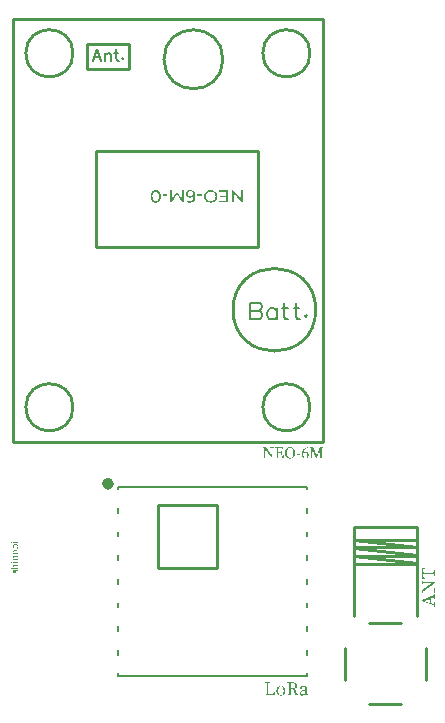
<source format=gto>
G04 Layer: TopSilkscreenLayer*
G04 EasyEDA v6.5.46, 2025-09-16 11:21:37*
G04 d57bd40a603b42be9e37e0d49851eb9c,10*
G04 Gerber Generator version 0.2*
G04 Scale: 100 percent, Rotated: No, Reflected: No *
G04 Dimensions in inches *
G04 leading zeros omitted , absolute positions ,3 integer and 6 decimal *
%FSLAX36Y36*%
%MOIN*%

%ADD10C,0.0080*%
%ADD11C,0.0100*%
%ADD12C,0.0050*%
%ADD13C,0.0197*%

%LPD*%
G36*
X877900Y-2241000D02*
G01*
X877900Y-2243300D01*
X884100Y-2244000D01*
X884200Y-2254800D01*
X884100Y-2282100D01*
X877900Y-2282700D01*
X877900Y-2285000D01*
X910500Y-2285000D01*
X911000Y-2272600D01*
X907600Y-2272600D01*
X905400Y-2282200D01*
X890300Y-2282200D01*
X890220Y-2273640D01*
X890220Y-2250460D01*
X890300Y-2244000D01*
X896500Y-2243300D01*
X896500Y-2241000D01*
G37*
G36*
X951600Y-2241000D02*
G01*
X951600Y-2243300D01*
X957700Y-2244000D01*
X957800Y-2262000D01*
X963800Y-2262000D01*
X963900Y-2243600D01*
X969599Y-2243600D01*
X972020Y-2243740D01*
X974080Y-2244180D01*
X975800Y-2244920D01*
X977180Y-2245920D01*
X978259Y-2247180D01*
X979000Y-2248700D01*
X979460Y-2250480D01*
X979599Y-2252500D01*
X979440Y-2254460D01*
X978960Y-2256260D01*
X978139Y-2257880D01*
X977020Y-2259280D01*
X975540Y-2260420D01*
X973740Y-2261280D01*
X971580Y-2261820D01*
X969100Y-2262000D01*
X957800Y-2262000D01*
X957700Y-2282100D01*
X951600Y-2282700D01*
X951600Y-2285000D01*
X970000Y-2285000D01*
X970000Y-2282700D01*
X963900Y-2282000D01*
X963800Y-2264500D01*
X967300Y-2264500D01*
X970780Y-2264780D01*
X973280Y-2265760D01*
X975020Y-2267740D01*
X976200Y-2271000D01*
X978900Y-2281500D01*
X979659Y-2283420D01*
X980980Y-2284720D01*
X982920Y-2285460D01*
X985600Y-2285700D01*
X988360Y-2285500D01*
X990600Y-2285000D01*
X990600Y-2282700D01*
X985500Y-2282200D01*
X982400Y-2271900D01*
X981120Y-2268620D01*
X979460Y-2266220D01*
X977300Y-2264580D01*
X974500Y-2263600D01*
X977140Y-2262960D01*
X979419Y-2262040D01*
X981380Y-2260880D01*
X982960Y-2259520D01*
X984200Y-2257960D01*
X985080Y-2256240D01*
X985620Y-2254420D01*
X985800Y-2252500D01*
X985520Y-2249940D01*
X984720Y-2247660D01*
X983420Y-2245700D01*
X981620Y-2244040D01*
X979340Y-2242740D01*
X976640Y-2241780D01*
X973520Y-2241200D01*
X970000Y-2241000D01*
G37*
G36*
X931900Y-2253000D02*
G01*
X929980Y-2253120D01*
X928100Y-2253480D01*
X926300Y-2254060D01*
X924560Y-2254880D01*
X922940Y-2255920D01*
X921460Y-2257200D01*
X920140Y-2258700D01*
X919000Y-2260420D01*
X918080Y-2262360D01*
X917380Y-2264520D01*
X916960Y-2266900D01*
X916800Y-2269500D01*
X922800Y-2269500D01*
X922960Y-2266280D01*
X923400Y-2263480D01*
X924140Y-2261080D01*
X925180Y-2259080D01*
X926480Y-2257540D01*
X928040Y-2256400D01*
X929840Y-2255720D01*
X931900Y-2255500D01*
X933920Y-2255720D01*
X935720Y-2256400D01*
X937260Y-2257540D01*
X938540Y-2259080D01*
X939560Y-2261080D01*
X940300Y-2263480D01*
X940740Y-2266280D01*
X940900Y-2269500D01*
X940740Y-2272700D01*
X940300Y-2275500D01*
X939560Y-2277860D01*
X938540Y-2279820D01*
X937260Y-2281340D01*
X935720Y-2282420D01*
X933920Y-2283080D01*
X931900Y-2283300D01*
X929840Y-2283080D01*
X928040Y-2282420D01*
X926480Y-2281340D01*
X925180Y-2279820D01*
X924140Y-2277860D01*
X923400Y-2275500D01*
X922960Y-2272700D01*
X922800Y-2269500D01*
X916800Y-2269500D01*
X916940Y-2272080D01*
X917380Y-2274460D01*
X918060Y-2276600D01*
X918980Y-2278520D01*
X920120Y-2280220D01*
X921420Y-2281700D01*
X922900Y-2282940D01*
X924520Y-2283980D01*
X926260Y-2284780D01*
X928080Y-2285340D01*
X929960Y-2285680D01*
X931900Y-2285800D01*
X933820Y-2285680D01*
X935699Y-2285340D01*
X937500Y-2284780D01*
X939240Y-2284000D01*
X940860Y-2282980D01*
X942340Y-2281740D01*
X943660Y-2280260D01*
X944800Y-2278580D01*
X945720Y-2276640D01*
X946420Y-2274500D01*
X946840Y-2272120D01*
X947000Y-2269500D01*
X946840Y-2266880D01*
X946400Y-2264500D01*
X945699Y-2262320D01*
X944780Y-2260380D01*
X943620Y-2258660D01*
X942300Y-2257160D01*
X940819Y-2255900D01*
X939200Y-2254860D01*
X937460Y-2254040D01*
X935660Y-2253460D01*
X933800Y-2253120D01*
G37*
G36*
X1008100Y-2253000D02*
G01*
X1005639Y-2253140D01*
X1003400Y-2253540D01*
X1001380Y-2254220D01*
X999620Y-2255140D01*
X998100Y-2256300D01*
X996900Y-2257680D01*
X995980Y-2259280D01*
X995400Y-2261100D01*
X995639Y-2262160D01*
X996220Y-2262960D01*
X997099Y-2263440D01*
X998300Y-2263600D01*
X999460Y-2263420D01*
X1000400Y-2262840D01*
X1001120Y-2261880D01*
X1001600Y-2260500D01*
X1002900Y-2256000D01*
X1004780Y-2255640D01*
X1006600Y-2255500D01*
X1009440Y-2255860D01*
X1011400Y-2257160D01*
X1012540Y-2259640D01*
X1012900Y-2263600D01*
X1012900Y-2265700D01*
X1008880Y-2266720D01*
X1005300Y-2267800D01*
X1002360Y-2268960D01*
X999980Y-2270100D01*
X998100Y-2271280D01*
X996680Y-2272460D01*
X995639Y-2273700D01*
X994980Y-2274980D01*
X994620Y-2276340D01*
X994573Y-2276900D01*
X1000000Y-2276900D01*
X1000260Y-2275080D01*
X1001260Y-2273220D01*
X1003340Y-2271420D01*
X1006800Y-2269700D01*
X1012900Y-2267700D01*
X1012900Y-2278200D01*
X1010500Y-2279980D01*
X1008620Y-2281140D01*
X1007020Y-2281800D01*
X1005400Y-2282000D01*
X1003240Y-2281700D01*
X1001540Y-2280760D01*
X1000400Y-2279180D01*
X1000000Y-2276900D01*
X994573Y-2276900D01*
X994500Y-2277800D01*
X995180Y-2281280D01*
X997039Y-2283780D01*
X999820Y-2285300D01*
X1003199Y-2285800D01*
X1005879Y-2285480D01*
X1008220Y-2284520D01*
X1010500Y-2282880D01*
X1013000Y-2280600D01*
X1013660Y-2282700D01*
X1014900Y-2284320D01*
X1016660Y-2285340D01*
X1018900Y-2285700D01*
X1020540Y-2285520D01*
X1022000Y-2284940D01*
X1023319Y-2283920D01*
X1024500Y-2282400D01*
X1023300Y-2281100D01*
X1022720Y-2281780D01*
X1022120Y-2282280D01*
X1021460Y-2282600D01*
X1020699Y-2282700D01*
X1019700Y-2282480D01*
X1018940Y-2281760D01*
X1018460Y-2280460D01*
X1018300Y-2278500D01*
X1018300Y-2264200D01*
X1018139Y-2261400D01*
X1017680Y-2259040D01*
X1016900Y-2257100D01*
X1015780Y-2255560D01*
X1014360Y-2254400D01*
X1012600Y-2253620D01*
X1010520Y-2253140D01*
G37*
G36*
X54000Y-1771000D02*
G01*
X53600Y-1773200D01*
X50780Y-1773280D01*
X43700Y-1773300D01*
X39300Y-1773200D01*
X39000Y-1773700D01*
X40800Y-1778700D01*
X41800Y-1778700D01*
X42000Y-1776000D01*
X53600Y-1776000D01*
X54000Y-1778500D01*
X55000Y-1778500D01*
X55000Y-1771000D01*
G37*
G36*
X33200Y-1772600D02*
G01*
X32380Y-1772760D01*
X31740Y-1773200D01*
X31340Y-1773860D01*
X31200Y-1774700D01*
X31340Y-1775540D01*
X31740Y-1776200D01*
X32380Y-1776639D01*
X33200Y-1776800D01*
X34020Y-1776639D01*
X34640Y-1776200D01*
X35060Y-1775540D01*
X35200Y-1774700D01*
X35060Y-1773860D01*
X34660Y-1773200D01*
X34020Y-1772760D01*
G37*
G36*
X47000Y-1781200D02*
G01*
X43640Y-1781680D01*
X41120Y-1782980D01*
X39540Y-1784960D01*
X39000Y-1787400D01*
X39104Y-1788400D01*
X40599Y-1788400D01*
X41020Y-1786680D01*
X42300Y-1785320D01*
X44400Y-1784420D01*
X47300Y-1784100D01*
X50240Y-1784460D01*
X52220Y-1785440D01*
X53339Y-1786840D01*
X53700Y-1788500D01*
X53600Y-1789480D01*
X53280Y-1790460D01*
X52720Y-1791459D01*
X51900Y-1792500D01*
X42500Y-1792500D01*
X41520Y-1791240D01*
X40960Y-1790140D01*
X40679Y-1789199D01*
X40599Y-1788400D01*
X39104Y-1788400D01*
X39140Y-1788740D01*
X39560Y-1790060D01*
X40300Y-1791320D01*
X41400Y-1792500D01*
X35600Y-1792500D01*
X30900Y-1792400D01*
X30700Y-1792800D01*
X32100Y-1797800D01*
X33100Y-1797800D01*
X33300Y-1795200D01*
X53600Y-1795200D01*
X54000Y-1797700D01*
X55000Y-1797700D01*
X55300Y-1792800D01*
X53099Y-1792500D01*
X54220Y-1791360D01*
X54920Y-1790200D01*
X55300Y-1789040D01*
X55400Y-1787900D01*
X54800Y-1785160D01*
X53080Y-1783040D01*
X50420Y-1781680D01*
G37*
G36*
X47300Y-1800000D02*
G01*
X43680Y-1800640D01*
X41080Y-1802320D01*
X39520Y-1804720D01*
X39000Y-1807500D01*
X40199Y-1807500D01*
X40660Y-1805620D01*
X42020Y-1804199D01*
X44260Y-1803300D01*
X47300Y-1803000D01*
X50279Y-1803300D01*
X52440Y-1804199D01*
X53760Y-1805620D01*
X54200Y-1807500D01*
X53760Y-1809420D01*
X52440Y-1810840D01*
X50279Y-1811699D01*
X47300Y-1812000D01*
X44240Y-1811699D01*
X42020Y-1810840D01*
X40660Y-1809420D01*
X40199Y-1807500D01*
X39000Y-1807500D01*
X39520Y-1810320D01*
X41080Y-1812720D01*
X43680Y-1814379D01*
X47300Y-1815000D01*
X50839Y-1814379D01*
X53380Y-1812720D01*
X54900Y-1810320D01*
X55400Y-1807500D01*
X54900Y-1804720D01*
X53380Y-1802320D01*
X50839Y-1800640D01*
G37*
G36*
X54000Y-1817500D02*
G01*
X53600Y-1819800D01*
X44900Y-1819900D01*
X42200Y-1820160D01*
X40380Y-1820940D01*
X39340Y-1822260D01*
X39000Y-1824100D01*
X39200Y-1825620D01*
X39780Y-1827160D01*
X40720Y-1828640D01*
X42000Y-1830000D01*
X39300Y-1830300D01*
X39000Y-1830700D01*
X40800Y-1835300D01*
X41800Y-1835300D01*
X42100Y-1832700D01*
X48099Y-1832600D01*
X53600Y-1832700D01*
X54000Y-1835100D01*
X55000Y-1835100D01*
X55000Y-1827600D01*
X54000Y-1827600D01*
X53600Y-1829800D01*
X50780Y-1829880D01*
X43200Y-1829900D01*
X42240Y-1828680D01*
X41580Y-1827520D01*
X41220Y-1826420D01*
X41100Y-1825300D01*
X41300Y-1824079D01*
X41960Y-1823240D01*
X43160Y-1822760D01*
X45000Y-1822600D01*
X53600Y-1822600D01*
X54000Y-1825100D01*
X55000Y-1825100D01*
X55000Y-1817500D01*
G37*
G36*
X54000Y-1837600D02*
G01*
X53600Y-1839800D01*
X50780Y-1839880D01*
X43700Y-1839900D01*
X39300Y-1839800D01*
X39000Y-1840300D01*
X40800Y-1845300D01*
X41800Y-1845300D01*
X42000Y-1842600D01*
X53600Y-1842600D01*
X54000Y-1845100D01*
X55000Y-1845100D01*
X55000Y-1837600D01*
G37*
G36*
X33200Y-1839199D02*
G01*
X32380Y-1839360D01*
X31740Y-1839800D01*
X31340Y-1840460D01*
X31200Y-1841300D01*
X31340Y-1842140D01*
X31740Y-1842800D01*
X32380Y-1843240D01*
X33200Y-1843400D01*
X34020Y-1843240D01*
X34640Y-1842800D01*
X35060Y-1842140D01*
X35200Y-1841300D01*
X35060Y-1840460D01*
X34660Y-1839800D01*
X34020Y-1839360D01*
G37*
G36*
X54000Y-1847300D02*
G01*
X53600Y-1849600D01*
X45000Y-1849700D01*
X42240Y-1849960D01*
X40380Y-1850740D01*
X39340Y-1852060D01*
X39000Y-1853899D01*
X39220Y-1855480D01*
X39840Y-1857040D01*
X40820Y-1858540D01*
X42100Y-1859900D01*
X35600Y-1859900D01*
X30900Y-1859800D01*
X30700Y-1860200D01*
X32100Y-1865200D01*
X33100Y-1865200D01*
X33300Y-1862500D01*
X53600Y-1862600D01*
X54000Y-1865100D01*
X55000Y-1865100D01*
X55000Y-1857500D01*
X54000Y-1857500D01*
X53600Y-1859800D01*
X43200Y-1859800D01*
X42200Y-1858520D01*
X41540Y-1857340D01*
X41200Y-1856220D01*
X41100Y-1855100D01*
X41280Y-1853920D01*
X41920Y-1853080D01*
X43120Y-1852560D01*
X45000Y-1852400D01*
X53600Y-1852400D01*
X54000Y-1854900D01*
X55000Y-1854900D01*
X55000Y-1847300D01*
G37*
G36*
X50700Y-1867000D02*
G01*
X49280Y-1867260D01*
X48019Y-1868060D01*
X46920Y-1869440D01*
X46000Y-1871500D01*
X45000Y-1874060D01*
X44380Y-1875020D01*
X43640Y-1875540D01*
X42699Y-1875700D01*
X41700Y-1875500D01*
X40940Y-1874880D01*
X40460Y-1873880D01*
X40300Y-1872500D01*
X40460Y-1871300D01*
X40900Y-1870100D01*
X43700Y-1869500D01*
X43700Y-1868000D01*
X40300Y-1867900D01*
X39760Y-1868959D01*
X39360Y-1870060D01*
X39100Y-1871220D01*
X39000Y-1872500D01*
X39360Y-1874960D01*
X40359Y-1876740D01*
X41820Y-1877820D01*
X43600Y-1878200D01*
X45080Y-1877920D01*
X46280Y-1877100D01*
X47240Y-1875840D01*
X48000Y-1874199D01*
X48500Y-1872700D01*
X49100Y-1871279D01*
X49780Y-1870320D01*
X50560Y-1869780D01*
X51500Y-1869600D01*
X52600Y-1869820D01*
X53460Y-1870520D01*
X54000Y-1871699D01*
X54200Y-1873400D01*
X54060Y-1874860D01*
X53600Y-1876100D01*
X50599Y-1876800D01*
X50599Y-1878400D01*
X54200Y-1878300D01*
X54720Y-1877120D01*
X55100Y-1875960D01*
X55320Y-1874740D01*
X55400Y-1873400D01*
X55039Y-1870620D01*
X54020Y-1868620D01*
X52539Y-1867400D01*
G37*
G36*
X1412700Y-1860300D02*
G01*
X1401000Y-1860800D01*
X1401000Y-1896800D01*
X1412700Y-1897400D01*
X1412700Y-1894100D01*
X1403899Y-1892300D01*
X1403899Y-1881900D01*
X1414800Y-1881800D01*
X1442000Y-1881900D01*
X1442700Y-1888700D01*
X1445000Y-1888700D01*
X1445000Y-1868899D01*
X1442700Y-1868899D01*
X1442000Y-1875700D01*
X1433320Y-1875780D01*
X1410440Y-1875780D01*
X1403899Y-1875700D01*
X1403899Y-1865400D01*
X1412700Y-1863500D01*
G37*
G36*
X1401000Y-1901300D02*
G01*
X1401000Y-1916800D01*
X1403300Y-1916800D01*
X1404100Y-1909800D01*
X1434600Y-1909700D01*
X1401000Y-1934000D01*
X1401000Y-1944100D01*
X1403300Y-1944100D01*
X1403899Y-1939400D01*
X1404700Y-1938800D01*
X1441900Y-1938899D01*
X1442700Y-1944400D01*
X1445000Y-1944400D01*
X1445000Y-1928899D01*
X1442700Y-1928899D01*
X1441800Y-1935900D01*
X1408600Y-1936000D01*
X1445400Y-1909199D01*
X1445400Y-1906800D01*
X1404100Y-1906800D01*
X1403300Y-1901300D01*
G37*
G36*
X1442700Y-1947000D02*
G01*
X1442100Y-1952200D01*
X1400700Y-1966399D01*
X1400700Y-1970000D01*
X1407400Y-1970000D01*
X1427800Y-1963100D01*
X1427800Y-1976699D01*
X1407400Y-1970000D01*
X1400700Y-1970000D01*
X1400700Y-1970200D01*
X1441900Y-1984199D01*
X1442700Y-1989500D01*
X1445000Y-1989500D01*
X1445000Y-1974900D01*
X1442700Y-1974900D01*
X1441900Y-1981300D01*
X1430400Y-1977500D01*
X1430400Y-1962300D01*
X1441900Y-1958400D01*
X1442700Y-1964900D01*
X1445000Y-1964900D01*
X1445000Y-1947000D01*
G37*
G36*
X697800Y-600300D02*
G01*
X691900Y-601000D01*
X686600Y-603100D01*
X682159Y-606320D01*
X678800Y-610600D01*
X676620Y-615720D01*
X675900Y-621500D01*
X681800Y-621500D01*
X681940Y-619300D01*
X682320Y-617200D01*
X682980Y-615200D01*
X683900Y-613300D01*
X685040Y-611600D01*
X686380Y-610080D01*
X687900Y-608740D01*
X689599Y-607600D01*
X691500Y-606720D01*
X693500Y-606100D01*
X695600Y-605720D01*
X697800Y-605600D01*
X700040Y-605720D01*
X702180Y-606100D01*
X704200Y-606720D01*
X706100Y-607600D01*
X707840Y-608740D01*
X709400Y-610080D01*
X710740Y-611600D01*
X711900Y-613300D01*
X712780Y-615200D01*
X713400Y-617200D01*
X713780Y-619300D01*
X713900Y-621500D01*
X713780Y-623660D01*
X713400Y-625720D01*
X712780Y-627700D01*
X711900Y-629600D01*
X710740Y-631300D01*
X709400Y-632820D01*
X707840Y-634160D01*
X706100Y-635300D01*
X704200Y-636180D01*
X702180Y-636800D01*
X700040Y-637180D01*
X697800Y-637300D01*
X695600Y-637180D01*
X693500Y-636800D01*
X691500Y-636180D01*
X689599Y-635300D01*
X687900Y-634160D01*
X686380Y-632820D01*
X685040Y-631300D01*
X683900Y-629600D01*
X682980Y-627700D01*
X682320Y-625720D01*
X681940Y-623660D01*
X681800Y-621500D01*
X675900Y-621500D01*
X676620Y-627200D01*
X678800Y-632300D01*
X682159Y-636580D01*
X686600Y-639800D01*
X691900Y-641900D01*
X697800Y-642600D01*
X703780Y-641900D01*
X709100Y-639800D01*
X713580Y-636580D01*
X717000Y-632300D01*
X719180Y-627140D01*
X719900Y-621500D01*
X719180Y-615780D01*
X717000Y-610600D01*
X713580Y-606320D01*
X709100Y-603100D01*
X703780Y-601000D01*
G37*
G36*
X629400Y-600300D02*
G01*
X627400Y-600400D01*
X625500Y-600700D01*
X623700Y-601200D01*
X622000Y-601900D01*
X620400Y-602820D01*
X618980Y-603900D01*
X617740Y-605120D01*
X616700Y-606500D01*
X615860Y-608060D01*
X615280Y-609720D01*
X614920Y-611500D01*
X614818Y-613100D01*
X620500Y-613100D01*
X620660Y-611380D01*
X621140Y-609840D01*
X621960Y-608480D01*
X623100Y-607300D01*
X624460Y-606340D01*
X626000Y-605660D01*
X627740Y-605240D01*
X629700Y-605100D01*
X631160Y-605160D01*
X632520Y-605380D01*
X633800Y-605720D01*
X635000Y-606200D01*
X636040Y-606800D01*
X636920Y-607480D01*
X637680Y-608240D01*
X638300Y-609100D01*
X638820Y-610020D01*
X639200Y-611000D01*
X639420Y-612020D01*
X639500Y-613100D01*
X639420Y-614180D01*
X639200Y-615200D01*
X638820Y-616180D01*
X638300Y-617100D01*
X637640Y-618000D01*
X636840Y-618780D01*
X635940Y-619440D01*
X634900Y-620000D01*
X633760Y-620480D01*
X632580Y-620820D01*
X631320Y-621040D01*
X630000Y-621100D01*
X627960Y-620960D01*
X626120Y-620560D01*
X624500Y-619860D01*
X623100Y-618900D01*
X621960Y-617740D01*
X621160Y-616400D01*
X620660Y-614840D01*
X620500Y-613100D01*
X614818Y-613100D01*
X614920Y-615200D01*
X615240Y-616880D01*
X615820Y-618440D01*
X616600Y-619900D01*
X617640Y-621260D01*
X618820Y-622440D01*
X620180Y-623460D01*
X621700Y-624300D01*
X623360Y-625000D01*
X625120Y-625500D01*
X627000Y-625800D01*
X629000Y-625900D01*
X630900Y-625820D01*
X632700Y-625560D01*
X634400Y-625120D01*
X636000Y-624500D01*
X637460Y-623720D01*
X638760Y-622800D01*
X639860Y-621720D01*
X640800Y-620500D01*
X640900Y-621900D01*
X639980Y-628600D01*
X637200Y-633500D01*
X632880Y-636500D01*
X627100Y-637500D01*
X624760Y-637380D01*
X622680Y-637020D01*
X620820Y-636440D01*
X619200Y-635600D01*
X617000Y-640200D01*
X618000Y-640759D01*
X620300Y-641660D01*
X622940Y-642260D01*
X625780Y-642560D01*
X627300Y-642600D01*
X632740Y-641979D01*
X637500Y-640100D01*
X641420Y-637000D01*
X644400Y-632700D01*
X646200Y-627300D01*
X646800Y-620900D01*
X646520Y-616280D01*
X645680Y-612200D01*
X644260Y-608680D01*
X642300Y-605700D01*
X639800Y-603340D01*
X636820Y-601640D01*
X633360Y-600640D01*
G37*
G36*
X514000Y-600300D02*
G01*
X511659Y-600460D01*
X509460Y-600920D01*
X507360Y-601700D01*
X505400Y-602800D01*
X503600Y-604200D01*
X502000Y-605880D01*
X500600Y-607840D01*
X499400Y-610100D01*
X497760Y-615340D01*
X497200Y-621500D01*
X503100Y-621500D01*
X503840Y-614620D01*
X506100Y-609600D01*
X507720Y-607840D01*
X509580Y-606600D01*
X511659Y-605860D01*
X514000Y-605600D01*
X518560Y-606600D01*
X522000Y-609600D01*
X524260Y-614620D01*
X525000Y-621500D01*
X524260Y-628300D01*
X522000Y-633300D01*
X518540Y-636300D01*
X514000Y-637300D01*
X511659Y-637040D01*
X509580Y-636300D01*
X507720Y-635060D01*
X506100Y-633300D01*
X503860Y-628300D01*
X503100Y-621500D01*
X497200Y-621500D01*
X497740Y-627580D01*
X499400Y-632800D01*
X500600Y-635060D01*
X502000Y-637020D01*
X503600Y-638700D01*
X505400Y-640100D01*
X507360Y-641200D01*
X509440Y-641979D01*
X511659Y-642440D01*
X514000Y-642600D01*
X516380Y-642440D01*
X518640Y-641979D01*
X520780Y-641200D01*
X522800Y-640100D01*
X524600Y-638700D01*
X526200Y-637020D01*
X527600Y-635060D01*
X528800Y-632800D01*
X530380Y-627580D01*
X530900Y-621500D01*
X530380Y-615340D01*
X528800Y-610100D01*
X527600Y-607840D01*
X526200Y-605880D01*
X524600Y-604200D01*
X522800Y-602800D01*
X520780Y-601700D01*
X518660Y-600920D01*
X516380Y-600460D01*
G37*
G36*
X768300Y-600800D02*
G01*
X768300Y-642099D01*
X774200Y-642099D01*
X774200Y-611300D01*
X799000Y-642099D01*
X803800Y-642099D01*
X803800Y-600800D01*
X797900Y-600800D01*
X797900Y-631600D01*
X773100Y-600800D01*
G37*
G36*
X725900Y-600800D02*
G01*
X725900Y-605900D01*
X750000Y-605900D01*
X750000Y-619300D01*
X729200Y-619300D01*
X729200Y-624300D01*
X750000Y-624300D01*
X750000Y-637000D01*
X726700Y-637000D01*
X726700Y-642099D01*
X755900Y-642099D01*
X755900Y-600800D01*
G37*
G36*
X563000Y-600800D02*
G01*
X563100Y-642099D01*
X567900Y-642099D01*
X584900Y-613100D01*
X602200Y-642099D01*
X607000Y-642099D01*
X607000Y-600800D01*
X601300Y-600800D01*
X601300Y-630700D01*
X586400Y-605800D01*
X583700Y-605800D01*
X568700Y-630900D01*
X568700Y-600800D01*
G37*
G36*
X653400Y-614500D02*
G01*
X653400Y-619400D01*
X669300Y-619400D01*
X669300Y-614500D01*
G37*
G36*
X537600Y-614500D02*
G01*
X537600Y-619400D01*
X553400Y-619400D01*
X553400Y-614500D01*
G37*
G36*
X962200Y-1457500D02*
G01*
X960060Y-1457640D01*
X957960Y-1458080D01*
X955939Y-1458820D01*
X954020Y-1459800D01*
X952220Y-1461060D01*
X950580Y-1462580D01*
X949100Y-1464360D01*
X947840Y-1466360D01*
X946820Y-1468600D01*
X946040Y-1471060D01*
X945560Y-1473720D01*
X945400Y-1476600D01*
X951100Y-1476600D01*
X951180Y-1474460D01*
X951380Y-1472380D01*
X951760Y-1470360D01*
X952260Y-1468440D01*
X952940Y-1466660D01*
X953760Y-1465020D01*
X954740Y-1463560D01*
X955900Y-1462320D01*
X957220Y-1461300D01*
X958700Y-1460540D01*
X960360Y-1460060D01*
X962200Y-1459900D01*
X964860Y-1460260D01*
X967099Y-1461300D01*
X968980Y-1462920D01*
X970500Y-1465020D01*
X971660Y-1467540D01*
X972460Y-1470360D01*
X972940Y-1473420D01*
X973100Y-1476600D01*
X973040Y-1478760D01*
X972820Y-1480860D01*
X972460Y-1482900D01*
X971960Y-1484820D01*
X971300Y-1486620D01*
X970500Y-1488260D01*
X969539Y-1489720D01*
X968400Y-1490980D01*
X967099Y-1492000D01*
X965639Y-1492760D01*
X964020Y-1493240D01*
X962200Y-1493400D01*
X960360Y-1493240D01*
X958700Y-1492760D01*
X957220Y-1492000D01*
X955900Y-1490980D01*
X954740Y-1489720D01*
X953760Y-1488260D01*
X952940Y-1486620D01*
X952260Y-1484820D01*
X951760Y-1482900D01*
X951380Y-1480860D01*
X951180Y-1478760D01*
X951100Y-1476600D01*
X945400Y-1476600D01*
X945560Y-1479600D01*
X946040Y-1482360D01*
X946800Y-1484880D01*
X947820Y-1487140D01*
X949080Y-1489139D01*
X950540Y-1490880D01*
X952180Y-1492380D01*
X953980Y-1493600D01*
X955900Y-1494560D01*
X957940Y-1495240D01*
X960040Y-1495660D01*
X962200Y-1495800D01*
X964340Y-1495660D01*
X966420Y-1495220D01*
X968420Y-1494500D01*
X970320Y-1493520D01*
X972099Y-1492260D01*
X973720Y-1490740D01*
X975160Y-1488959D01*
X976400Y-1486960D01*
X977420Y-1484700D01*
X978160Y-1482220D01*
X978640Y-1479520D01*
X978800Y-1476600D01*
X978640Y-1473640D01*
X978160Y-1470920D01*
X977400Y-1468420D01*
X976380Y-1466180D01*
X975140Y-1464180D01*
X973680Y-1462440D01*
X972060Y-1460940D01*
X970280Y-1459720D01*
X968379Y-1458760D01*
X966380Y-1458060D01*
X964320Y-1457640D01*
G37*
G36*
X1022400Y-1457600D02*
G01*
X1019920Y-1458000D01*
X1017580Y-1458560D01*
X1015400Y-1459300D01*
X1013360Y-1460180D01*
X1011480Y-1461220D01*
X1009740Y-1462420D01*
X1008160Y-1463720D01*
X1006740Y-1465160D01*
X1005480Y-1466720D01*
X1004400Y-1468360D01*
X1003460Y-1470120D01*
X1002680Y-1471960D01*
X1002080Y-1473880D01*
X1001640Y-1475860D01*
X1001380Y-1477900D01*
X1001326Y-1479300D01*
X1006100Y-1479300D01*
X1006100Y-1478200D01*
X1007760Y-1476980D01*
X1009520Y-1476140D01*
X1011340Y-1475660D01*
X1013100Y-1475500D01*
X1015759Y-1476040D01*
X1017820Y-1477660D01*
X1019140Y-1480440D01*
X1019599Y-1484400D01*
X1019140Y-1488420D01*
X1017840Y-1491279D01*
X1015840Y-1493020D01*
X1013300Y-1493600D01*
X1011700Y-1493380D01*
X1010280Y-1492700D01*
X1009040Y-1491579D01*
X1008020Y-1490020D01*
X1007200Y-1488000D01*
X1006600Y-1485540D01*
X1006220Y-1482640D01*
X1006100Y-1479300D01*
X1001326Y-1479300D01*
X1001300Y-1480000D01*
X1001500Y-1483520D01*
X1002120Y-1486620D01*
X1003100Y-1489319D01*
X1004460Y-1491560D01*
X1006160Y-1493340D01*
X1008180Y-1494640D01*
X1010500Y-1495440D01*
X1013100Y-1495700D01*
X1015480Y-1495500D01*
X1017640Y-1494900D01*
X1019539Y-1493899D01*
X1021180Y-1492540D01*
X1022500Y-1490820D01*
X1023480Y-1488740D01*
X1024080Y-1486339D01*
X1024300Y-1483600D01*
X1024120Y-1481200D01*
X1023580Y-1479060D01*
X1022720Y-1477180D01*
X1021560Y-1475580D01*
X1020120Y-1474319D01*
X1018439Y-1473380D01*
X1016520Y-1472800D01*
X1014400Y-1472600D01*
X1012180Y-1472840D01*
X1010040Y-1473540D01*
X1008020Y-1474660D01*
X1006200Y-1476200D01*
X1006540Y-1474019D01*
X1007039Y-1471980D01*
X1007720Y-1470060D01*
X1008580Y-1468300D01*
X1009640Y-1466660D01*
X1010879Y-1465180D01*
X1012340Y-1463820D01*
X1013980Y-1462600D01*
X1015840Y-1461519D01*
X1017900Y-1460580D01*
X1020180Y-1459760D01*
X1022700Y-1459100D01*
G37*
G36*
X872300Y-1458400D02*
G01*
X872300Y-1460300D01*
X876300Y-1460700D01*
X876800Y-1461399D01*
X876700Y-1492400D01*
X872099Y-1493100D01*
X872099Y-1495000D01*
X885100Y-1495000D01*
X885100Y-1493100D01*
X879200Y-1492400D01*
X879100Y-1464700D01*
X901500Y-1495300D01*
X903400Y-1495300D01*
X903500Y-1460900D01*
X908100Y-1460300D01*
X908100Y-1458400D01*
X895100Y-1458400D01*
X895100Y-1460300D01*
X901000Y-1460900D01*
X901000Y-1486399D01*
X880800Y-1458400D01*
G37*
G36*
X912200Y-1458400D02*
G01*
X912200Y-1460300D01*
X917300Y-1460800D01*
X917400Y-1481720D01*
X917300Y-1492600D01*
X912200Y-1493100D01*
X912200Y-1495000D01*
X940400Y-1495000D01*
X940699Y-1485300D01*
X938000Y-1485300D01*
X936600Y-1492600D01*
X922500Y-1492600D01*
X922400Y-1477400D01*
X930699Y-1477400D01*
X931500Y-1482800D01*
X933700Y-1482800D01*
X933700Y-1469900D01*
X931500Y-1469900D01*
X930699Y-1475300D01*
X922400Y-1475300D01*
X922500Y-1460700D01*
X935500Y-1460700D01*
X937000Y-1468000D01*
X939700Y-1468000D01*
X939400Y-1458400D01*
G37*
G36*
X1028600Y-1458400D02*
G01*
X1028600Y-1460300D01*
X1033600Y-1460900D01*
X1033600Y-1492400D01*
X1028600Y-1493100D01*
X1028600Y-1495000D01*
X1040900Y-1495000D01*
X1040900Y-1493100D01*
X1036100Y-1492400D01*
X1036060Y-1473860D01*
X1035800Y-1463600D01*
X1048600Y-1495000D01*
X1051000Y-1495000D01*
X1063300Y-1463500D01*
X1063200Y-1492600D01*
X1058400Y-1493100D01*
X1058400Y-1495000D01*
X1073300Y-1495000D01*
X1073300Y-1493100D01*
X1068300Y-1492600D01*
X1068200Y-1471680D01*
X1068300Y-1460800D01*
X1073400Y-1460300D01*
X1073400Y-1458400D01*
X1062800Y-1458400D01*
X1051000Y-1488800D01*
X1038600Y-1458400D01*
G37*
G36*
X984100Y-1479700D02*
G01*
X984100Y-1482800D01*
X996900Y-1482800D01*
X996900Y-1479700D01*
G37*
D10*
X829961Y-975774D02*
G01*
X829961Y-1032175D01*
X829961Y-975774D02*
G01*
X854161Y-975774D01*
X862260Y-978474D01*
X864861Y-981174D01*
X867560Y-986574D01*
X867560Y-991875D01*
X864861Y-997274D01*
X862260Y-999974D01*
X854161Y-1002674D01*
X829961Y-1002674D02*
G01*
X854161Y-1002674D01*
X862260Y-1005275D01*
X864861Y-1007975D01*
X867560Y-1013375D01*
X867560Y-1021475D01*
X864861Y-1026774D01*
X862260Y-1029475D01*
X854161Y-1032175D01*
X829961Y-1032175D01*
X917461Y-994574D02*
G01*
X917461Y-1032175D01*
X917461Y-1002674D02*
G01*
X912160Y-997274D01*
X906760Y-994574D01*
X898761Y-994574D01*
X893361Y-997274D01*
X887960Y-1002674D01*
X885261Y-1010675D01*
X885261Y-1016075D01*
X887960Y-1024074D01*
X893361Y-1029475D01*
X898761Y-1032175D01*
X906760Y-1032175D01*
X912160Y-1029475D01*
X917461Y-1024074D01*
X943261Y-975774D02*
G01*
X943261Y-1021475D01*
X945960Y-1029475D01*
X951360Y-1032175D01*
X956661Y-1032175D01*
X935261Y-994574D02*
G01*
X954061Y-994574D01*
X982461Y-975774D02*
G01*
X982461Y-1021475D01*
X985160Y-1029475D01*
X990560Y-1032175D01*
X995861Y-1032175D01*
X974461Y-994574D02*
G01*
X993161Y-994574D01*
X1016261Y-1018775D02*
G01*
X1013560Y-1021475D01*
X1016261Y-1024074D01*
X1018960Y-1021475D01*
X1016261Y-1018775D01*
X319331Y-131485D02*
G01*
X305030Y-169086D01*
X319331Y-131485D02*
G01*
X333631Y-169086D01*
X310331Y-156586D02*
G01*
X328231Y-156586D01*
X345430Y-144086D02*
G01*
X345430Y-169086D01*
X345430Y-151185D02*
G01*
X350830Y-145886D01*
X354430Y-144086D01*
X359731Y-144086D01*
X363330Y-145886D01*
X365131Y-151185D01*
X365131Y-169086D01*
X382330Y-131485D02*
G01*
X382330Y-161986D01*
X384131Y-167285D01*
X387631Y-169086D01*
X391230Y-169086D01*
X376930Y-144086D02*
G01*
X389430Y-144086D01*
X404830Y-160185D02*
G01*
X403031Y-161986D01*
X404830Y-163786D01*
X406631Y-161986D01*
X404830Y-160185D01*
D11*
X1175000Y-1725000D02*
G01*
X1385000Y-1725000D01*
X1175000Y-2021903D02*
G01*
X1175000Y-1725000D01*
X1385000Y-1845868D02*
G01*
X1175000Y-1845868D01*
X1175000Y-1820868D02*
G01*
X1385000Y-1845154D01*
X1385000Y-1819441D02*
G01*
X1175000Y-1819441D01*
X1175000Y-1793011D02*
G01*
X1385000Y-1817296D01*
X1385000Y-1791583D02*
G01*
X1175000Y-1791583D01*
X1175000Y-1767296D02*
G01*
X1385000Y-1791583D01*
X1385000Y-1765868D02*
G01*
X1175000Y-1765868D01*
X1385000Y-2021903D02*
G01*
X1385000Y-1725000D01*
X1226616Y-2315000D02*
G01*
X1333383Y-2315000D01*
X1145000Y-2126615D02*
G01*
X1145000Y-2233384D01*
X1333383Y-2045000D02*
G01*
X1226616Y-2045000D01*
X1415000Y-2233384D02*
G01*
X1415000Y-2126615D01*
D12*
X390039Y-1597910D02*
G01*
X390039Y-1590039D01*
X1019960Y-1590039D01*
X1019960Y-1597910D01*
X1019960Y-2212089D02*
G01*
X1019960Y-2219960D01*
X390039Y-2219960D01*
X390039Y-2212089D01*
X390039Y-1660909D02*
G01*
X390039Y-1676649D01*
X390039Y-1739650D02*
G01*
X390039Y-1755390D01*
X390039Y-1818389D02*
G01*
X390039Y-1834130D01*
X390039Y-1897130D02*
G01*
X390039Y-1912869D01*
X390039Y-1975870D02*
G01*
X390039Y-1991610D01*
X390039Y-2054609D02*
G01*
X390039Y-2070349D01*
X390039Y-2133350D02*
G01*
X390039Y-2149090D01*
X1019960Y-1660909D02*
G01*
X1019960Y-1676649D01*
X1019960Y-1739650D02*
G01*
X1019960Y-1755390D01*
X1019960Y-1818389D02*
G01*
X1019960Y-1834130D01*
X1019960Y-1897130D02*
G01*
X1019960Y-1912869D01*
X1019960Y-1975870D02*
G01*
X1019960Y-1991610D01*
X1019960Y-2054609D02*
G01*
X1019960Y-2070349D01*
X1019960Y-2133350D02*
G01*
X1019960Y-2149090D01*
D11*
X522500Y-1650000D02*
G01*
X717500Y-1650000D01*
X717500Y-1860000D01*
X522500Y-1860000D01*
X522500Y-1650000D01*
X1072719Y-1439724D02*
G01*
X37289Y-1439724D01*
X37289Y-30275D01*
X1072719Y-30275D01*
X1072719Y-1439724D01*
X425000Y-197494D02*
G01*
X285000Y-197494D01*
X285000Y-112494D01*
X425000Y-112494D01*
X425000Y-197494D01*
X855000Y-789994D02*
G01*
X315000Y-789994D01*
X315000Y-469994D01*
X855000Y-469994D01*
X855000Y-789994D01*
D13*
G75*
G01
X364840Y-1580000D02*
G03X364840Y-1580000I-9840J0D01*
D11*
G75*
G01
X1047800Y-1000000D02*
G03X1047800Y-1000000I-137800J0D01*
G75*
G01
X738430Y-165000D02*
G03X738430Y-165000I-98430J0D01*
G75*
G01
X1028740Y-145000D02*
G03X1028740Y-145000I-78740J0D01*
G75*
G01
X238740Y-145000D02*
G03X238740Y-145000I-78740J0D01*
G75*
G01
X1028740Y-1325000D02*
G03X1028740Y-1325000I-78740J0D01*
G75*
G01
X238740Y-1325000D02*
G03X238740Y-1325000I-78740J0D01*
M02*

</source>
